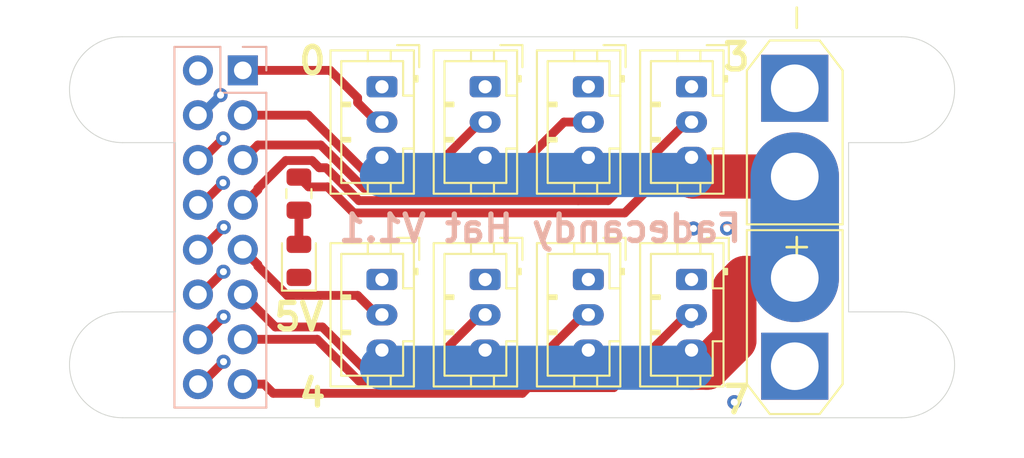
<source format=kicad_pcb>
(kicad_pcb (version 20171130) (host pcbnew "(5.1.4)-1")

  (general
    (thickness 1.6)
    (drawings 18)
    (tracks 102)
    (zones 0)
    (modules 17)
    (nets 16)
  )

  (page A4)
  (layers
    (0 F.Cu signal)
    (31 B.Cu signal)
    (32 B.Adhes user)
    (33 F.Adhes user)
    (34 B.Paste user)
    (35 F.Paste user)
    (36 B.SilkS user)
    (37 F.SilkS user)
    (38 B.Mask user)
    (39 F.Mask user)
    (40 Dwgs.User user)
    (41 Cmts.User user)
    (42 Eco1.User user)
    (43 Eco2.User user)
    (44 Edge.Cuts user)
    (45 Margin user)
    (46 B.CrtYd user)
    (47 F.CrtYd user)
    (48 B.Fab user)
    (49 F.Fab user)
  )

  (setup
    (last_trace_width 0.5)
    (user_trace_width 0.5)
    (user_trace_width 1.5)
    (user_trace_width 2.5)
    (user_trace_width 5)
    (trace_clearance 0.2)
    (zone_clearance 0.15)
    (zone_45_only no)
    (trace_min 0.2)
    (via_size 0.8)
    (via_drill 0.4)
    (via_min_size 0.4)
    (via_min_drill 0.3)
    (uvia_size 0.3)
    (uvia_drill 0.1)
    (uvias_allowed no)
    (uvia_min_size 0.2)
    (uvia_min_drill 0.1)
    (edge_width 0.05)
    (segment_width 0.2)
    (pcb_text_width 0.3)
    (pcb_text_size 1.5 1.5)
    (mod_edge_width 0.12)
    (mod_text_size 1 1)
    (mod_text_width 0.15)
    (pad_size 3 3)
    (pad_drill 3)
    (pad_to_mask_clearance 0.051)
    (solder_mask_min_width 0.25)
    (aux_axis_origin 0 0)
    (visible_elements 7FFFFFFF)
    (pcbplotparams
      (layerselection 0x010fc_ffffffff)
      (usegerberextensions false)
      (usegerberattributes false)
      (usegerberadvancedattributes false)
      (creategerberjobfile false)
      (excludeedgelayer true)
      (linewidth 0.100000)
      (plotframeref false)
      (viasonmask false)
      (mode 1)
      (useauxorigin false)
      (hpglpennumber 1)
      (hpglpenspeed 20)
      (hpglpendiameter 15.000000)
      (psnegative false)
      (psa4output false)
      (plotreference true)
      (plotvalue true)
      (plotinvisibletext false)
      (padsonsilk false)
      (subtractmaskfromsilk false)
      (outputformat 1)
      (mirror false)
      (drillshape 0)
      (scaleselection 1)
      (outputdirectory "FadeCandyV1.0_Gerbers/"))
  )

  (net 0 "")
  (net 1 GND)
  (net 2 "Net-(D1-Pad2)")
  (net 3 D1)
  (net 4 VCC)
  (net 5 D2)
  (net 6 D3)
  (net 7 D4)
  (net 8 D5)
  (net 9 D6)
  (net 10 D7)
  (net 11 D8)
  (net 12 "Net-(H2-Pad1)")
  (net 13 "Net-(H3-Pad1)")
  (net 14 "Net-(H4-Pad1)")
  (net 15 "Net-(H1-Pad1)")

  (net_class Default "This is the default net class."
    (clearance 0.2)
    (trace_width 0.25)
    (via_dia 0.8)
    (via_drill 0.4)
    (uvia_dia 0.3)
    (uvia_drill 0.1)
    (add_net D1)
    (add_net D2)
    (add_net D3)
    (add_net D4)
    (add_net D5)
    (add_net D6)
    (add_net D7)
    (add_net D8)
    (add_net GND)
    (add_net "Net-(D1-Pad2)")
    (add_net "Net-(H1-Pad1)")
    (add_net "Net-(H2-Pad1)")
    (add_net "Net-(H3-Pad1)")
    (add_net "Net-(H4-Pad1)")
    (add_net VCC)
  )

  (module Connector_JST:JST_PH_B3B-PH-K_1x03_P2.00mm_Vertical (layer F.Cu) (tedit 5B7745C2) (tstamp 6191EB65)
    (at 29.21 14.391 270)
    (descr "JST PH series connector, B3B-PH-K (http://www.jst-mfg.com/product/pdf/eng/ePH.pdf), generated with kicad-footprint-generator")
    (tags "connector JST PH side entry")
    (path /6172A400)
    (fp_text reference J10 (at 2 -2.9 90) (layer F.SilkS) hide
      (effects (font (size 1 1) (thickness 0.15)))
    )
    (fp_text value Conn_01x03_Male (at 2 4 90) (layer F.Fab)
      (effects (font (size 1 1) (thickness 0.15)))
    )
    (fp_text user %R (at 2 1.5 90) (layer F.Fab)
      (effects (font (size 1 1) (thickness 0.15)))
    )
    (fp_line (start 6.45 -2.2) (end -2.45 -2.2) (layer F.CrtYd) (width 0.05))
    (fp_line (start 6.45 3.3) (end 6.45 -2.2) (layer F.CrtYd) (width 0.05))
    (fp_line (start -2.45 3.3) (end 6.45 3.3) (layer F.CrtYd) (width 0.05))
    (fp_line (start -2.45 -2.2) (end -2.45 3.3) (layer F.CrtYd) (width 0.05))
    (fp_line (start 5.95 -1.7) (end -1.95 -1.7) (layer F.Fab) (width 0.1))
    (fp_line (start 5.95 2.8) (end 5.95 -1.7) (layer F.Fab) (width 0.1))
    (fp_line (start -1.95 2.8) (end 5.95 2.8) (layer F.Fab) (width 0.1))
    (fp_line (start -1.95 -1.7) (end -1.95 2.8) (layer F.Fab) (width 0.1))
    (fp_line (start -2.36 -2.11) (end -2.36 -0.86) (layer F.Fab) (width 0.1))
    (fp_line (start -1.11 -2.11) (end -2.36 -2.11) (layer F.Fab) (width 0.1))
    (fp_line (start -2.36 -2.11) (end -2.36 -0.86) (layer F.SilkS) (width 0.12))
    (fp_line (start -1.11 -2.11) (end -2.36 -2.11) (layer F.SilkS) (width 0.12))
    (fp_line (start 3 2.3) (end 3 1.8) (layer F.SilkS) (width 0.12))
    (fp_line (start 3.1 1.8) (end 3.1 2.3) (layer F.SilkS) (width 0.12))
    (fp_line (start 2.9 1.8) (end 3.1 1.8) (layer F.SilkS) (width 0.12))
    (fp_line (start 2.9 2.3) (end 2.9 1.8) (layer F.SilkS) (width 0.12))
    (fp_line (start 1 2.3) (end 1 1.8) (layer F.SilkS) (width 0.12))
    (fp_line (start 1.1 1.8) (end 1.1 2.3) (layer F.SilkS) (width 0.12))
    (fp_line (start 0.9 1.8) (end 1.1 1.8) (layer F.SilkS) (width 0.12))
    (fp_line (start 0.9 2.3) (end 0.9 1.8) (layer F.SilkS) (width 0.12))
    (fp_line (start 6.06 0.8) (end 5.45 0.8) (layer F.SilkS) (width 0.12))
    (fp_line (start 6.06 -0.5) (end 5.45 -0.5) (layer F.SilkS) (width 0.12))
    (fp_line (start -2.06 0.8) (end -1.45 0.8) (layer F.SilkS) (width 0.12))
    (fp_line (start -2.06 -0.5) (end -1.45 -0.5) (layer F.SilkS) (width 0.12))
    (fp_line (start 3.5 -1.2) (end 3.5 -1.81) (layer F.SilkS) (width 0.12))
    (fp_line (start 5.45 -1.2) (end 3.5 -1.2) (layer F.SilkS) (width 0.12))
    (fp_line (start 5.45 2.3) (end 5.45 -1.2) (layer F.SilkS) (width 0.12))
    (fp_line (start -1.45 2.3) (end 5.45 2.3) (layer F.SilkS) (width 0.12))
    (fp_line (start -1.45 -1.2) (end -1.45 2.3) (layer F.SilkS) (width 0.12))
    (fp_line (start 0.5 -1.2) (end -1.45 -1.2) (layer F.SilkS) (width 0.12))
    (fp_line (start 0.5 -1.81) (end 0.5 -1.2) (layer F.SilkS) (width 0.12))
    (fp_line (start -0.3 -1.91) (end -0.6 -1.91) (layer F.SilkS) (width 0.12))
    (fp_line (start -0.6 -2.01) (end -0.6 -1.81) (layer F.SilkS) (width 0.12))
    (fp_line (start -0.3 -2.01) (end -0.6 -2.01) (layer F.SilkS) (width 0.12))
    (fp_line (start -0.3 -1.81) (end -0.3 -2.01) (layer F.SilkS) (width 0.12))
    (fp_line (start 6.06 -1.81) (end -2.06 -1.81) (layer F.SilkS) (width 0.12))
    (fp_line (start 6.06 2.91) (end 6.06 -1.81) (layer F.SilkS) (width 0.12))
    (fp_line (start -2.06 2.91) (end 6.06 2.91) (layer F.SilkS) (width 0.12))
    (fp_line (start -2.06 -1.81) (end -2.06 2.91) (layer F.SilkS) (width 0.12))
    (pad 3 thru_hole oval (at 4 0 270) (size 1.2 1.75) (drill 0.75) (layers *.Cu *.Mask)
      (net 4 VCC))
    (pad 2 thru_hole oval (at 2 0 270) (size 1.2 1.75) (drill 0.75) (layers *.Cu *.Mask)
      (net 11 D8))
    (pad 1 thru_hole roundrect (at 0 0 270) (size 1.2 1.75) (drill 0.75) (layers *.Cu *.Mask) (roundrect_rratio 0.208333)
      (net 1 GND))
    (model ${KISYS3DMOD}/Connector_JST.3dshapes/JST_PH_B3B-PH-K_1x03_P2.00mm_Vertical.wrl
      (at (xyz 0 0 0))
      (scale (xyz 1 1 1))
      (rotate (xyz 0 0 0))
    )
  )

  (module Connector_JST:JST_PH_B3B-PH-K_1x03_P2.00mm_Vertical (layer F.Cu) (tedit 5B7745C2) (tstamp 6191EB45)
    (at 23.368 14.391 270)
    (descr "JST PH series connector, B3B-PH-K (http://www.jst-mfg.com/product/pdf/eng/ePH.pdf), generated with kicad-footprint-generator")
    (tags "connector JST PH side entry")
    (path /61729C06)
    (fp_text reference J9 (at 2 -2.9 90) (layer F.SilkS) hide
      (effects (font (size 1 1) (thickness 0.15)))
    )
    (fp_text value Conn_01x03_Male (at 2 4 90) (layer F.Fab)
      (effects (font (size 1 1) (thickness 0.15)))
    )
    (fp_text user %R (at 2 1.5 90) (layer F.Fab)
      (effects (font (size 1 1) (thickness 0.15)))
    )
    (fp_line (start 6.45 -2.2) (end -2.45 -2.2) (layer F.CrtYd) (width 0.05))
    (fp_line (start 6.45 3.3) (end 6.45 -2.2) (layer F.CrtYd) (width 0.05))
    (fp_line (start -2.45 3.3) (end 6.45 3.3) (layer F.CrtYd) (width 0.05))
    (fp_line (start -2.45 -2.2) (end -2.45 3.3) (layer F.CrtYd) (width 0.05))
    (fp_line (start 5.95 -1.7) (end -1.95 -1.7) (layer F.Fab) (width 0.1))
    (fp_line (start 5.95 2.8) (end 5.95 -1.7) (layer F.Fab) (width 0.1))
    (fp_line (start -1.95 2.8) (end 5.95 2.8) (layer F.Fab) (width 0.1))
    (fp_line (start -1.95 -1.7) (end -1.95 2.8) (layer F.Fab) (width 0.1))
    (fp_line (start -2.36 -2.11) (end -2.36 -0.86) (layer F.Fab) (width 0.1))
    (fp_line (start -1.11 -2.11) (end -2.36 -2.11) (layer F.Fab) (width 0.1))
    (fp_line (start -2.36 -2.11) (end -2.36 -0.86) (layer F.SilkS) (width 0.12))
    (fp_line (start -1.11 -2.11) (end -2.36 -2.11) (layer F.SilkS) (width 0.12))
    (fp_line (start 3 2.3) (end 3 1.8) (layer F.SilkS) (width 0.12))
    (fp_line (start 3.1 1.8) (end 3.1 2.3) (layer F.SilkS) (width 0.12))
    (fp_line (start 2.9 1.8) (end 3.1 1.8) (layer F.SilkS) (width 0.12))
    (fp_line (start 2.9 2.3) (end 2.9 1.8) (layer F.SilkS) (width 0.12))
    (fp_line (start 1 2.3) (end 1 1.8) (layer F.SilkS) (width 0.12))
    (fp_line (start 1.1 1.8) (end 1.1 2.3) (layer F.SilkS) (width 0.12))
    (fp_line (start 0.9 1.8) (end 1.1 1.8) (layer F.SilkS) (width 0.12))
    (fp_line (start 0.9 2.3) (end 0.9 1.8) (layer F.SilkS) (width 0.12))
    (fp_line (start 6.06 0.8) (end 5.45 0.8) (layer F.SilkS) (width 0.12))
    (fp_line (start 6.06 -0.5) (end 5.45 -0.5) (layer F.SilkS) (width 0.12))
    (fp_line (start -2.06 0.8) (end -1.45 0.8) (layer F.SilkS) (width 0.12))
    (fp_line (start -2.06 -0.5) (end -1.45 -0.5) (layer F.SilkS) (width 0.12))
    (fp_line (start 3.5 -1.2) (end 3.5 -1.81) (layer F.SilkS) (width 0.12))
    (fp_line (start 5.45 -1.2) (end 3.5 -1.2) (layer F.SilkS) (width 0.12))
    (fp_line (start 5.45 2.3) (end 5.45 -1.2) (layer F.SilkS) (width 0.12))
    (fp_line (start -1.45 2.3) (end 5.45 2.3) (layer F.SilkS) (width 0.12))
    (fp_line (start -1.45 -1.2) (end -1.45 2.3) (layer F.SilkS) (width 0.12))
    (fp_line (start 0.5 -1.2) (end -1.45 -1.2) (layer F.SilkS) (width 0.12))
    (fp_line (start 0.5 -1.81) (end 0.5 -1.2) (layer F.SilkS) (width 0.12))
    (fp_line (start -0.3 -1.91) (end -0.6 -1.91) (layer F.SilkS) (width 0.12))
    (fp_line (start -0.6 -2.01) (end -0.6 -1.81) (layer F.SilkS) (width 0.12))
    (fp_line (start -0.3 -2.01) (end -0.6 -2.01) (layer F.SilkS) (width 0.12))
    (fp_line (start -0.3 -1.81) (end -0.3 -2.01) (layer F.SilkS) (width 0.12))
    (fp_line (start 6.06 -1.81) (end -2.06 -1.81) (layer F.SilkS) (width 0.12))
    (fp_line (start 6.06 2.91) (end 6.06 -1.81) (layer F.SilkS) (width 0.12))
    (fp_line (start -2.06 2.91) (end 6.06 2.91) (layer F.SilkS) (width 0.12))
    (fp_line (start -2.06 -1.81) (end -2.06 2.91) (layer F.SilkS) (width 0.12))
    (pad 3 thru_hole oval (at 4 0 270) (size 1.2 1.75) (drill 0.75) (layers *.Cu *.Mask)
      (net 4 VCC))
    (pad 2 thru_hole oval (at 2 0 270) (size 1.2 1.75) (drill 0.75) (layers *.Cu *.Mask)
      (net 10 D7))
    (pad 1 thru_hole roundrect (at 0 0 270) (size 1.2 1.75) (drill 0.75) (layers *.Cu *.Mask) (roundrect_rratio 0.208333)
      (net 1 GND))
    (model ${KISYS3DMOD}/Connector_JST.3dshapes/JST_PH_B3B-PH-K_1x03_P2.00mm_Vertical.wrl
      (at (xyz 0 0 0))
      (scale (xyz 1 1 1))
      (rotate (xyz 0 0 0))
    )
  )

  (module Connector_JST:JST_PH_B3B-PH-K_1x03_P2.00mm_Vertical (layer F.Cu) (tedit 5B7745C2) (tstamp 6191EB25)
    (at 17.526 14.391 270)
    (descr "JST PH series connector, B3B-PH-K (http://www.jst-mfg.com/product/pdf/eng/ePH.pdf), generated with kicad-footprint-generator")
    (tags "connector JST PH side entry")
    (path /6172986C)
    (fp_text reference J8 (at 2 -2.9 90) (layer F.SilkS) hide
      (effects (font (size 1 1) (thickness 0.15)))
    )
    (fp_text value Conn_01x03_Male (at 2 4 90) (layer F.Fab)
      (effects (font (size 1 1) (thickness 0.15)))
    )
    (fp_text user %R (at 2 1.5 90) (layer F.Fab)
      (effects (font (size 1 1) (thickness 0.15)))
    )
    (fp_line (start 6.45 -2.2) (end -2.45 -2.2) (layer F.CrtYd) (width 0.05))
    (fp_line (start 6.45 3.3) (end 6.45 -2.2) (layer F.CrtYd) (width 0.05))
    (fp_line (start -2.45 3.3) (end 6.45 3.3) (layer F.CrtYd) (width 0.05))
    (fp_line (start -2.45 -2.2) (end -2.45 3.3) (layer F.CrtYd) (width 0.05))
    (fp_line (start 5.95 -1.7) (end -1.95 -1.7) (layer F.Fab) (width 0.1))
    (fp_line (start 5.95 2.8) (end 5.95 -1.7) (layer F.Fab) (width 0.1))
    (fp_line (start -1.95 2.8) (end 5.95 2.8) (layer F.Fab) (width 0.1))
    (fp_line (start -1.95 -1.7) (end -1.95 2.8) (layer F.Fab) (width 0.1))
    (fp_line (start -2.36 -2.11) (end -2.36 -0.86) (layer F.Fab) (width 0.1))
    (fp_line (start -1.11 -2.11) (end -2.36 -2.11) (layer F.Fab) (width 0.1))
    (fp_line (start -2.36 -2.11) (end -2.36 -0.86) (layer F.SilkS) (width 0.12))
    (fp_line (start -1.11 -2.11) (end -2.36 -2.11) (layer F.SilkS) (width 0.12))
    (fp_line (start 3 2.3) (end 3 1.8) (layer F.SilkS) (width 0.12))
    (fp_line (start 3.1 1.8) (end 3.1 2.3) (layer F.SilkS) (width 0.12))
    (fp_line (start 2.9 1.8) (end 3.1 1.8) (layer F.SilkS) (width 0.12))
    (fp_line (start 2.9 2.3) (end 2.9 1.8) (layer F.SilkS) (width 0.12))
    (fp_line (start 1 2.3) (end 1 1.8) (layer F.SilkS) (width 0.12))
    (fp_line (start 1.1 1.8) (end 1.1 2.3) (layer F.SilkS) (width 0.12))
    (fp_line (start 0.9 1.8) (end 1.1 1.8) (layer F.SilkS) (width 0.12))
    (fp_line (start 0.9 2.3) (end 0.9 1.8) (layer F.SilkS) (width 0.12))
    (fp_line (start 6.06 0.8) (end 5.45 0.8) (layer F.SilkS) (width 0.12))
    (fp_line (start 6.06 -0.5) (end 5.45 -0.5) (layer F.SilkS) (width 0.12))
    (fp_line (start -2.06 0.8) (end -1.45 0.8) (layer F.SilkS) (width 0.12))
    (fp_line (start -2.06 -0.5) (end -1.45 -0.5) (layer F.SilkS) (width 0.12))
    (fp_line (start 3.5 -1.2) (end 3.5 -1.81) (layer F.SilkS) (width 0.12))
    (fp_line (start 5.45 -1.2) (end 3.5 -1.2) (layer F.SilkS) (width 0.12))
    (fp_line (start 5.45 2.3) (end 5.45 -1.2) (layer F.SilkS) (width 0.12))
    (fp_line (start -1.45 2.3) (end 5.45 2.3) (layer F.SilkS) (width 0.12))
    (fp_line (start -1.45 -1.2) (end -1.45 2.3) (layer F.SilkS) (width 0.12))
    (fp_line (start 0.5 -1.2) (end -1.45 -1.2) (layer F.SilkS) (width 0.12))
    (fp_line (start 0.5 -1.81) (end 0.5 -1.2) (layer F.SilkS) (width 0.12))
    (fp_line (start -0.3 -1.91) (end -0.6 -1.91) (layer F.SilkS) (width 0.12))
    (fp_line (start -0.6 -2.01) (end -0.6 -1.81) (layer F.SilkS) (width 0.12))
    (fp_line (start -0.3 -2.01) (end -0.6 -2.01) (layer F.SilkS) (width 0.12))
    (fp_line (start -0.3 -1.81) (end -0.3 -2.01) (layer F.SilkS) (width 0.12))
    (fp_line (start 6.06 -1.81) (end -2.06 -1.81) (layer F.SilkS) (width 0.12))
    (fp_line (start 6.06 2.91) (end 6.06 -1.81) (layer F.SilkS) (width 0.12))
    (fp_line (start -2.06 2.91) (end 6.06 2.91) (layer F.SilkS) (width 0.12))
    (fp_line (start -2.06 -1.81) (end -2.06 2.91) (layer F.SilkS) (width 0.12))
    (pad 3 thru_hole oval (at 4 0 270) (size 1.2 1.75) (drill 0.75) (layers *.Cu *.Mask)
      (net 4 VCC))
    (pad 2 thru_hole oval (at 2 0 270) (size 1.2 1.75) (drill 0.75) (layers *.Cu *.Mask)
      (net 9 D6))
    (pad 1 thru_hole roundrect (at 0 0 270) (size 1.2 1.75) (drill 0.75) (layers *.Cu *.Mask) (roundrect_rratio 0.208333)
      (net 1 GND))
    (model ${KISYS3DMOD}/Connector_JST.3dshapes/JST_PH_B3B-PH-K_1x03_P2.00mm_Vertical.wrl
      (at (xyz 0 0 0))
      (scale (xyz 1 1 1))
      (rotate (xyz 0 0 0))
    )
  )

  (module Connector_JST:JST_PH_B3B-PH-K_1x03_P2.00mm_Vertical (layer F.Cu) (tedit 5B7745C2) (tstamp 6191EB05)
    (at 11.684 14.391 270)
    (descr "JST PH series connector, B3B-PH-K (http://www.jst-mfg.com/product/pdf/eng/ePH.pdf), generated with kicad-footprint-generator")
    (tags "connector JST PH side entry")
    (path /617293D6)
    (fp_text reference J7 (at 2 -2.9 90) (layer F.SilkS) hide
      (effects (font (size 1 1) (thickness 0.15)))
    )
    (fp_text value Conn_01x03_Male (at 2 4 90) (layer F.Fab)
      (effects (font (size 1 1) (thickness 0.15)))
    )
    (fp_text user %R (at 2 1.5 90) (layer F.Fab)
      (effects (font (size 1 1) (thickness 0.15)))
    )
    (fp_line (start 6.45 -2.2) (end -2.45 -2.2) (layer F.CrtYd) (width 0.05))
    (fp_line (start 6.45 3.3) (end 6.45 -2.2) (layer F.CrtYd) (width 0.05))
    (fp_line (start -2.45 3.3) (end 6.45 3.3) (layer F.CrtYd) (width 0.05))
    (fp_line (start -2.45 -2.2) (end -2.45 3.3) (layer F.CrtYd) (width 0.05))
    (fp_line (start 5.95 -1.7) (end -1.95 -1.7) (layer F.Fab) (width 0.1))
    (fp_line (start 5.95 2.8) (end 5.95 -1.7) (layer F.Fab) (width 0.1))
    (fp_line (start -1.95 2.8) (end 5.95 2.8) (layer F.Fab) (width 0.1))
    (fp_line (start -1.95 -1.7) (end -1.95 2.8) (layer F.Fab) (width 0.1))
    (fp_line (start -2.36 -2.11) (end -2.36 -0.86) (layer F.Fab) (width 0.1))
    (fp_line (start -1.11 -2.11) (end -2.36 -2.11) (layer F.Fab) (width 0.1))
    (fp_line (start -2.36 -2.11) (end -2.36 -0.86) (layer F.SilkS) (width 0.12))
    (fp_line (start -1.11 -2.11) (end -2.36 -2.11) (layer F.SilkS) (width 0.12))
    (fp_line (start 3 2.3) (end 3 1.8) (layer F.SilkS) (width 0.12))
    (fp_line (start 3.1 1.8) (end 3.1 2.3) (layer F.SilkS) (width 0.12))
    (fp_line (start 2.9 1.8) (end 3.1 1.8) (layer F.SilkS) (width 0.12))
    (fp_line (start 2.9 2.3) (end 2.9 1.8) (layer F.SilkS) (width 0.12))
    (fp_line (start 1 2.3) (end 1 1.8) (layer F.SilkS) (width 0.12))
    (fp_line (start 1.1 1.8) (end 1.1 2.3) (layer F.SilkS) (width 0.12))
    (fp_line (start 0.9 1.8) (end 1.1 1.8) (layer F.SilkS) (width 0.12))
    (fp_line (start 0.9 2.3) (end 0.9 1.8) (layer F.SilkS) (width 0.12))
    (fp_line (start 6.06 0.8) (end 5.45 0.8) (layer F.SilkS) (width 0.12))
    (fp_line (start 6.06 -0.5) (end 5.45 -0.5) (layer F.SilkS) (width 0.12))
    (fp_line (start -2.06 0.8) (end -1.45 0.8) (layer F.SilkS) (width 0.12))
    (fp_line (start -2.06 -0.5) (end -1.45 -0.5) (layer F.SilkS) (width 0.12))
    (fp_line (start 3.5 -1.2) (end 3.5 -1.81) (layer F.SilkS) (width 0.12))
    (fp_line (start 5.45 -1.2) (end 3.5 -1.2) (layer F.SilkS) (width 0.12))
    (fp_line (start 5.45 2.3) (end 5.45 -1.2) (layer F.SilkS) (width 0.12))
    (fp_line (start -1.45 2.3) (end 5.45 2.3) (layer F.SilkS) (width 0.12))
    (fp_line (start -1.45 -1.2) (end -1.45 2.3) (layer F.SilkS) (width 0.12))
    (fp_line (start 0.5 -1.2) (end -1.45 -1.2) (layer F.SilkS) (width 0.12))
    (fp_line (start 0.5 -1.81) (end 0.5 -1.2) (layer F.SilkS) (width 0.12))
    (fp_line (start -0.3 -1.91) (end -0.6 -1.91) (layer F.SilkS) (width 0.12))
    (fp_line (start -0.6 -2.01) (end -0.6 -1.81) (layer F.SilkS) (width 0.12))
    (fp_line (start -0.3 -2.01) (end -0.6 -2.01) (layer F.SilkS) (width 0.12))
    (fp_line (start -0.3 -1.81) (end -0.3 -2.01) (layer F.SilkS) (width 0.12))
    (fp_line (start 6.06 -1.81) (end -2.06 -1.81) (layer F.SilkS) (width 0.12))
    (fp_line (start 6.06 2.91) (end 6.06 -1.81) (layer F.SilkS) (width 0.12))
    (fp_line (start -2.06 2.91) (end 6.06 2.91) (layer F.SilkS) (width 0.12))
    (fp_line (start -2.06 -1.81) (end -2.06 2.91) (layer F.SilkS) (width 0.12))
    (pad 3 thru_hole oval (at 4 0 270) (size 1.2 1.75) (drill 0.75) (layers *.Cu *.Mask)
      (net 4 VCC))
    (pad 2 thru_hole oval (at 2 0 270) (size 1.2 1.75) (drill 0.75) (layers *.Cu *.Mask)
      (net 8 D5))
    (pad 1 thru_hole roundrect (at 0 0 270) (size 1.2 1.75) (drill 0.75) (layers *.Cu *.Mask) (roundrect_rratio 0.208333)
      (net 1 GND))
    (model ${KISYS3DMOD}/Connector_JST.3dshapes/JST_PH_B3B-PH-K_1x03_P2.00mm_Vertical.wrl
      (at (xyz 0 0 0))
      (scale (xyz 1 1 1))
      (rotate (xyz 0 0 0))
    )
  )

  (module Connector_JST:JST_PH_B3B-PH-K_1x03_P2.00mm_Vertical (layer F.Cu) (tedit 5B7745C2) (tstamp 6191EAE5)
    (at 29.21 3.469 270)
    (descr "JST PH series connector, B3B-PH-K (http://www.jst-mfg.com/product/pdf/eng/ePH.pdf), generated with kicad-footprint-generator")
    (tags "connector JST PH side entry")
    (path /617285EE)
    (fp_text reference J6 (at 2 -2.9 90) (layer F.SilkS) hide
      (effects (font (size 1 1) (thickness 0.15)))
    )
    (fp_text value Conn_01x03_Male (at 2 4 90) (layer F.Fab)
      (effects (font (size 1 1) (thickness 0.15)))
    )
    (fp_text user %R (at 2 1.5 90) (layer F.Fab)
      (effects (font (size 1 1) (thickness 0.15)))
    )
    (fp_line (start 6.45 -2.2) (end -2.45 -2.2) (layer F.CrtYd) (width 0.05))
    (fp_line (start 6.45 3.3) (end 6.45 -2.2) (layer F.CrtYd) (width 0.05))
    (fp_line (start -2.45 3.3) (end 6.45 3.3) (layer F.CrtYd) (width 0.05))
    (fp_line (start -2.45 -2.2) (end -2.45 3.3) (layer F.CrtYd) (width 0.05))
    (fp_line (start 5.95 -1.7) (end -1.95 -1.7) (layer F.Fab) (width 0.1))
    (fp_line (start 5.95 2.8) (end 5.95 -1.7) (layer F.Fab) (width 0.1))
    (fp_line (start -1.95 2.8) (end 5.95 2.8) (layer F.Fab) (width 0.1))
    (fp_line (start -1.95 -1.7) (end -1.95 2.8) (layer F.Fab) (width 0.1))
    (fp_line (start -2.36 -2.11) (end -2.36 -0.86) (layer F.Fab) (width 0.1))
    (fp_line (start -1.11 -2.11) (end -2.36 -2.11) (layer F.Fab) (width 0.1))
    (fp_line (start -2.36 -2.11) (end -2.36 -0.86) (layer F.SilkS) (width 0.12))
    (fp_line (start -1.11 -2.11) (end -2.36 -2.11) (layer F.SilkS) (width 0.12))
    (fp_line (start 3 2.3) (end 3 1.8) (layer F.SilkS) (width 0.12))
    (fp_line (start 3.1 1.8) (end 3.1 2.3) (layer F.SilkS) (width 0.12))
    (fp_line (start 2.9 1.8) (end 3.1 1.8) (layer F.SilkS) (width 0.12))
    (fp_line (start 2.9 2.3) (end 2.9 1.8) (layer F.SilkS) (width 0.12))
    (fp_line (start 1 2.3) (end 1 1.8) (layer F.SilkS) (width 0.12))
    (fp_line (start 1.1 1.8) (end 1.1 2.3) (layer F.SilkS) (width 0.12))
    (fp_line (start 0.9 1.8) (end 1.1 1.8) (layer F.SilkS) (width 0.12))
    (fp_line (start 0.9 2.3) (end 0.9 1.8) (layer F.SilkS) (width 0.12))
    (fp_line (start 6.06 0.8) (end 5.45 0.8) (layer F.SilkS) (width 0.12))
    (fp_line (start 6.06 -0.5) (end 5.45 -0.5) (layer F.SilkS) (width 0.12))
    (fp_line (start -2.06 0.8) (end -1.45 0.8) (layer F.SilkS) (width 0.12))
    (fp_line (start -2.06 -0.5) (end -1.45 -0.5) (layer F.SilkS) (width 0.12))
    (fp_line (start 3.5 -1.2) (end 3.5 -1.81) (layer F.SilkS) (width 0.12))
    (fp_line (start 5.45 -1.2) (end 3.5 -1.2) (layer F.SilkS) (width 0.12))
    (fp_line (start 5.45 2.3) (end 5.45 -1.2) (layer F.SilkS) (width 0.12))
    (fp_line (start -1.45 2.3) (end 5.45 2.3) (layer F.SilkS) (width 0.12))
    (fp_line (start -1.45 -1.2) (end -1.45 2.3) (layer F.SilkS) (width 0.12))
    (fp_line (start 0.5 -1.2) (end -1.45 -1.2) (layer F.SilkS) (width 0.12))
    (fp_line (start 0.5 -1.81) (end 0.5 -1.2) (layer F.SilkS) (width 0.12))
    (fp_line (start -0.3 -1.91) (end -0.6 -1.91) (layer F.SilkS) (width 0.12))
    (fp_line (start -0.6 -2.01) (end -0.6 -1.81) (layer F.SilkS) (width 0.12))
    (fp_line (start -0.3 -2.01) (end -0.6 -2.01) (layer F.SilkS) (width 0.12))
    (fp_line (start -0.3 -1.81) (end -0.3 -2.01) (layer F.SilkS) (width 0.12))
    (fp_line (start 6.06 -1.81) (end -2.06 -1.81) (layer F.SilkS) (width 0.12))
    (fp_line (start 6.06 2.91) (end 6.06 -1.81) (layer F.SilkS) (width 0.12))
    (fp_line (start -2.06 2.91) (end 6.06 2.91) (layer F.SilkS) (width 0.12))
    (fp_line (start -2.06 -1.81) (end -2.06 2.91) (layer F.SilkS) (width 0.12))
    (pad 3 thru_hole oval (at 4 0 270) (size 1.2 1.75) (drill 0.75) (layers *.Cu *.Mask)
      (net 4 VCC))
    (pad 2 thru_hole oval (at 2 0 270) (size 1.2 1.75) (drill 0.75) (layers *.Cu *.Mask)
      (net 7 D4))
    (pad 1 thru_hole roundrect (at 0 0 270) (size 1.2 1.75) (drill 0.75) (layers *.Cu *.Mask) (roundrect_rratio 0.208333)
      (net 1 GND))
    (model ${KISYS3DMOD}/Connector_JST.3dshapes/JST_PH_B3B-PH-K_1x03_P2.00mm_Vertical.wrl
      (at (xyz 0 0 0))
      (scale (xyz 1 1 1))
      (rotate (xyz 0 0 0))
    )
  )

  (module Connector_JST:JST_PH_B3B-PH-K_1x03_P2.00mm_Vertical (layer F.Cu) (tedit 5B7745C2) (tstamp 6191EAC5)
    (at 23.368 3.469 270)
    (descr "JST PH series connector, B3B-PH-K (http://www.jst-mfg.com/product/pdf/eng/ePH.pdf), generated with kicad-footprint-generator")
    (tags "connector JST PH side entry")
    (path /61728D4D)
    (fp_text reference J5 (at 2 -2.9 90) (layer F.SilkS) hide
      (effects (font (size 1 1) (thickness 0.15)))
    )
    (fp_text value Conn_01x03_Male (at 2 4 90) (layer F.Fab)
      (effects (font (size 1 1) (thickness 0.15)))
    )
    (fp_text user %R (at 2 1.5 90) (layer F.Fab)
      (effects (font (size 1 1) (thickness 0.15)))
    )
    (fp_line (start 6.45 -2.2) (end -2.45 -2.2) (layer F.CrtYd) (width 0.05))
    (fp_line (start 6.45 3.3) (end 6.45 -2.2) (layer F.CrtYd) (width 0.05))
    (fp_line (start -2.45 3.3) (end 6.45 3.3) (layer F.CrtYd) (width 0.05))
    (fp_line (start -2.45 -2.2) (end -2.45 3.3) (layer F.CrtYd) (width 0.05))
    (fp_line (start 5.95 -1.7) (end -1.95 -1.7) (layer F.Fab) (width 0.1))
    (fp_line (start 5.95 2.8) (end 5.95 -1.7) (layer F.Fab) (width 0.1))
    (fp_line (start -1.95 2.8) (end 5.95 2.8) (layer F.Fab) (width 0.1))
    (fp_line (start -1.95 -1.7) (end -1.95 2.8) (layer F.Fab) (width 0.1))
    (fp_line (start -2.36 -2.11) (end -2.36 -0.86) (layer F.Fab) (width 0.1))
    (fp_line (start -1.11 -2.11) (end -2.36 -2.11) (layer F.Fab) (width 0.1))
    (fp_line (start -2.36 -2.11) (end -2.36 -0.86) (layer F.SilkS) (width 0.12))
    (fp_line (start -1.11 -2.11) (end -2.36 -2.11) (layer F.SilkS) (width 0.12))
    (fp_line (start 3 2.3) (end 3 1.8) (layer F.SilkS) (width 0.12))
    (fp_line (start 3.1 1.8) (end 3.1 2.3) (layer F.SilkS) (width 0.12))
    (fp_line (start 2.9 1.8) (end 3.1 1.8) (layer F.SilkS) (width 0.12))
    (fp_line (start 2.9 2.3) (end 2.9 1.8) (layer F.SilkS) (width 0.12))
    (fp_line (start 1 2.3) (end 1 1.8) (layer F.SilkS) (width 0.12))
    (fp_line (start 1.1 1.8) (end 1.1 2.3) (layer F.SilkS) (width 0.12))
    (fp_line (start 0.9 1.8) (end 1.1 1.8) (layer F.SilkS) (width 0.12))
    (fp_line (start 0.9 2.3) (end 0.9 1.8) (layer F.SilkS) (width 0.12))
    (fp_line (start 6.06 0.8) (end 5.45 0.8) (layer F.SilkS) (width 0.12))
    (fp_line (start 6.06 -0.5) (end 5.45 -0.5) (layer F.SilkS) (width 0.12))
    (fp_line (start -2.06 0.8) (end -1.45 0.8) (layer F.SilkS) (width 0.12))
    (fp_line (start -2.06 -0.5) (end -1.45 -0.5) (layer F.SilkS) (width 0.12))
    (fp_line (start 3.5 -1.2) (end 3.5 -1.81) (layer F.SilkS) (width 0.12))
    (fp_line (start 5.45 -1.2) (end 3.5 -1.2) (layer F.SilkS) (width 0.12))
    (fp_line (start 5.45 2.3) (end 5.45 -1.2) (layer F.SilkS) (width 0.12))
    (fp_line (start -1.45 2.3) (end 5.45 2.3) (layer F.SilkS) (width 0.12))
    (fp_line (start -1.45 -1.2) (end -1.45 2.3) (layer F.SilkS) (width 0.12))
    (fp_line (start 0.5 -1.2) (end -1.45 -1.2) (layer F.SilkS) (width 0.12))
    (fp_line (start 0.5 -1.81) (end 0.5 -1.2) (layer F.SilkS) (width 0.12))
    (fp_line (start -0.3 -1.91) (end -0.6 -1.91) (layer F.SilkS) (width 0.12))
    (fp_line (start -0.6 -2.01) (end -0.6 -1.81) (layer F.SilkS) (width 0.12))
    (fp_line (start -0.3 -2.01) (end -0.6 -2.01) (layer F.SilkS) (width 0.12))
    (fp_line (start -0.3 -1.81) (end -0.3 -2.01) (layer F.SilkS) (width 0.12))
    (fp_line (start 6.06 -1.81) (end -2.06 -1.81) (layer F.SilkS) (width 0.12))
    (fp_line (start 6.06 2.91) (end 6.06 -1.81) (layer F.SilkS) (width 0.12))
    (fp_line (start -2.06 2.91) (end 6.06 2.91) (layer F.SilkS) (width 0.12))
    (fp_line (start -2.06 -1.81) (end -2.06 2.91) (layer F.SilkS) (width 0.12))
    (pad 3 thru_hole oval (at 4 0 270) (size 1.2 1.75) (drill 0.75) (layers *.Cu *.Mask)
      (net 4 VCC))
    (pad 2 thru_hole oval (at 2 0 270) (size 1.2 1.75) (drill 0.75) (layers *.Cu *.Mask)
      (net 6 D3))
    (pad 1 thru_hole roundrect (at 0 0 270) (size 1.2 1.75) (drill 0.75) (layers *.Cu *.Mask) (roundrect_rratio 0.208333)
      (net 1 GND))
    (model ${KISYS3DMOD}/Connector_JST.3dshapes/JST_PH_B3B-PH-K_1x03_P2.00mm_Vertical.wrl
      (at (xyz 0 0 0))
      (scale (xyz 1 1 1))
      (rotate (xyz 0 0 0))
    )
  )

  (module Connector_JST:JST_PH_B3B-PH-K_1x03_P2.00mm_Vertical (layer F.Cu) (tedit 5B7745C2) (tstamp 6191EAA5)
    (at 17.526 3.469 270)
    (descr "JST PH series connector, B3B-PH-K (http://www.jst-mfg.com/product/pdf/eng/ePH.pdf), generated with kicad-footprint-generator")
    (tags "connector JST PH side entry")
    (path /617280F3)
    (fp_text reference J3 (at 2 -2.9 90) (layer F.SilkS) hide
      (effects (font (size 1 1) (thickness 0.15)))
    )
    (fp_text value Conn_01x03_Male (at 2 4 90) (layer F.Fab)
      (effects (font (size 1 1) (thickness 0.15)))
    )
    (fp_text user %R (at 2 1.5 90) (layer F.Fab)
      (effects (font (size 1 1) (thickness 0.15)))
    )
    (fp_line (start 6.45 -2.2) (end -2.45 -2.2) (layer F.CrtYd) (width 0.05))
    (fp_line (start 6.45 3.3) (end 6.45 -2.2) (layer F.CrtYd) (width 0.05))
    (fp_line (start -2.45 3.3) (end 6.45 3.3) (layer F.CrtYd) (width 0.05))
    (fp_line (start -2.45 -2.2) (end -2.45 3.3) (layer F.CrtYd) (width 0.05))
    (fp_line (start 5.95 -1.7) (end -1.95 -1.7) (layer F.Fab) (width 0.1))
    (fp_line (start 5.95 2.8) (end 5.95 -1.7) (layer F.Fab) (width 0.1))
    (fp_line (start -1.95 2.8) (end 5.95 2.8) (layer F.Fab) (width 0.1))
    (fp_line (start -1.95 -1.7) (end -1.95 2.8) (layer F.Fab) (width 0.1))
    (fp_line (start -2.36 -2.11) (end -2.36 -0.86) (layer F.Fab) (width 0.1))
    (fp_line (start -1.11 -2.11) (end -2.36 -2.11) (layer F.Fab) (width 0.1))
    (fp_line (start -2.36 -2.11) (end -2.36 -0.86) (layer F.SilkS) (width 0.12))
    (fp_line (start -1.11 -2.11) (end -2.36 -2.11) (layer F.SilkS) (width 0.12))
    (fp_line (start 3 2.3) (end 3 1.8) (layer F.SilkS) (width 0.12))
    (fp_line (start 3.1 1.8) (end 3.1 2.3) (layer F.SilkS) (width 0.12))
    (fp_line (start 2.9 1.8) (end 3.1 1.8) (layer F.SilkS) (width 0.12))
    (fp_line (start 2.9 2.3) (end 2.9 1.8) (layer F.SilkS) (width 0.12))
    (fp_line (start 1 2.3) (end 1 1.8) (layer F.SilkS) (width 0.12))
    (fp_line (start 1.1 1.8) (end 1.1 2.3) (layer F.SilkS) (width 0.12))
    (fp_line (start 0.9 1.8) (end 1.1 1.8) (layer F.SilkS) (width 0.12))
    (fp_line (start 0.9 2.3) (end 0.9 1.8) (layer F.SilkS) (width 0.12))
    (fp_line (start 6.06 0.8) (end 5.45 0.8) (layer F.SilkS) (width 0.12))
    (fp_line (start 6.06 -0.5) (end 5.45 -0.5) (layer F.SilkS) (width 0.12))
    (fp_line (start -2.06 0.8) (end -1.45 0.8) (layer F.SilkS) (width 0.12))
    (fp_line (start -2.06 -0.5) (end -1.45 -0.5) (layer F.SilkS) (width 0.12))
    (fp_line (start 3.5 -1.2) (end 3.5 -1.81) (layer F.SilkS) (width 0.12))
    (fp_line (start 5.45 -1.2) (end 3.5 -1.2) (layer F.SilkS) (width 0.12))
    (fp_line (start 5.45 2.3) (end 5.45 -1.2) (layer F.SilkS) (width 0.12))
    (fp_line (start -1.45 2.3) (end 5.45 2.3) (layer F.SilkS) (width 0.12))
    (fp_line (start -1.45 -1.2) (end -1.45 2.3) (layer F.SilkS) (width 0.12))
    (fp_line (start 0.5 -1.2) (end -1.45 -1.2) (layer F.SilkS) (width 0.12))
    (fp_line (start 0.5 -1.81) (end 0.5 -1.2) (layer F.SilkS) (width 0.12))
    (fp_line (start -0.3 -1.91) (end -0.6 -1.91) (layer F.SilkS) (width 0.12))
    (fp_line (start -0.6 -2.01) (end -0.6 -1.81) (layer F.SilkS) (width 0.12))
    (fp_line (start -0.3 -2.01) (end -0.6 -2.01) (layer F.SilkS) (width 0.12))
    (fp_line (start -0.3 -1.81) (end -0.3 -2.01) (layer F.SilkS) (width 0.12))
    (fp_line (start 6.06 -1.81) (end -2.06 -1.81) (layer F.SilkS) (width 0.12))
    (fp_line (start 6.06 2.91) (end 6.06 -1.81) (layer F.SilkS) (width 0.12))
    (fp_line (start -2.06 2.91) (end 6.06 2.91) (layer F.SilkS) (width 0.12))
    (fp_line (start -2.06 -1.81) (end -2.06 2.91) (layer F.SilkS) (width 0.12))
    (pad 3 thru_hole oval (at 4 0 270) (size 1.2 1.75) (drill 0.75) (layers *.Cu *.Mask)
      (net 4 VCC))
    (pad 2 thru_hole oval (at 2 0 270) (size 1.2 1.75) (drill 0.75) (layers *.Cu *.Mask)
      (net 5 D2))
    (pad 1 thru_hole roundrect (at 0 0 270) (size 1.2 1.75) (drill 0.75) (layers *.Cu *.Mask) (roundrect_rratio 0.208333)
      (net 1 GND))
    (model ${KISYS3DMOD}/Connector_JST.3dshapes/JST_PH_B3B-PH-K_1x03_P2.00mm_Vertical.wrl
      (at (xyz 0 0 0))
      (scale (xyz 1 1 1))
      (rotate (xyz 0 0 0))
    )
  )

  (module Connector_JST:JST_PH_B3B-PH-K_1x03_P2.00mm_Vertical (layer F.Cu) (tedit 5B7745C2) (tstamp 6191EA85)
    (at 11.684 3.469 270)
    (descr "JST PH series connector, B3B-PH-K (http://www.jst-mfg.com/product/pdf/eng/ePH.pdf), generated with kicad-footprint-generator")
    (tags "connector JST PH side entry")
    (path /616D995D)
    (fp_text reference J1 (at 2 -2.9 90) (layer F.SilkS) hide
      (effects (font (size 1 1) (thickness 0.15)))
    )
    (fp_text value Conn_01x03_Male (at 2 4 90) (layer F.Fab)
      (effects (font (size 1 1) (thickness 0.15)))
    )
    (fp_text user %R (at 2 1.5 90) (layer F.Fab)
      (effects (font (size 1 1) (thickness 0.15)))
    )
    (fp_line (start 6.45 -2.2) (end -2.45 -2.2) (layer F.CrtYd) (width 0.05))
    (fp_line (start 6.45 3.3) (end 6.45 -2.2) (layer F.CrtYd) (width 0.05))
    (fp_line (start -2.45 3.3) (end 6.45 3.3) (layer F.CrtYd) (width 0.05))
    (fp_line (start -2.45 -2.2) (end -2.45 3.3) (layer F.CrtYd) (width 0.05))
    (fp_line (start 5.95 -1.7) (end -1.95 -1.7) (layer F.Fab) (width 0.1))
    (fp_line (start 5.95 2.8) (end 5.95 -1.7) (layer F.Fab) (width 0.1))
    (fp_line (start -1.95 2.8) (end 5.95 2.8) (layer F.Fab) (width 0.1))
    (fp_line (start -1.95 -1.7) (end -1.95 2.8) (layer F.Fab) (width 0.1))
    (fp_line (start -2.36 -2.11) (end -2.36 -0.86) (layer F.Fab) (width 0.1))
    (fp_line (start -1.11 -2.11) (end -2.36 -2.11) (layer F.Fab) (width 0.1))
    (fp_line (start -2.36 -2.11) (end -2.36 -0.86) (layer F.SilkS) (width 0.12))
    (fp_line (start -1.11 -2.11) (end -2.36 -2.11) (layer F.SilkS) (width 0.12))
    (fp_line (start 3 2.3) (end 3 1.8) (layer F.SilkS) (width 0.12))
    (fp_line (start 3.1 1.8) (end 3.1 2.3) (layer F.SilkS) (width 0.12))
    (fp_line (start 2.9 1.8) (end 3.1 1.8) (layer F.SilkS) (width 0.12))
    (fp_line (start 2.9 2.3) (end 2.9 1.8) (layer F.SilkS) (width 0.12))
    (fp_line (start 1 2.3) (end 1 1.8) (layer F.SilkS) (width 0.12))
    (fp_line (start 1.1 1.8) (end 1.1 2.3) (layer F.SilkS) (width 0.12))
    (fp_line (start 0.9 1.8) (end 1.1 1.8) (layer F.SilkS) (width 0.12))
    (fp_line (start 0.9 2.3) (end 0.9 1.8) (layer F.SilkS) (width 0.12))
    (fp_line (start 6.06 0.8) (end 5.45 0.8) (layer F.SilkS) (width 0.12))
    (fp_line (start 6.06 -0.5) (end 5.45 -0.5) (layer F.SilkS) (width 0.12))
    (fp_line (start -2.06 0.8) (end -1.45 0.8) (layer F.SilkS) (width 0.12))
    (fp_line (start -2.06 -0.5) (end -1.45 -0.5) (layer F.SilkS) (width 0.12))
    (fp_line (start 3.5 -1.2) (end 3.5 -1.81) (layer F.SilkS) (width 0.12))
    (fp_line (start 5.45 -1.2) (end 3.5 -1.2) (layer F.SilkS) (width 0.12))
    (fp_line (start 5.45 2.3) (end 5.45 -1.2) (layer F.SilkS) (width 0.12))
    (fp_line (start -1.45 2.3) (end 5.45 2.3) (layer F.SilkS) (width 0.12))
    (fp_line (start -1.45 -1.2) (end -1.45 2.3) (layer F.SilkS) (width 0.12))
    (fp_line (start 0.5 -1.2) (end -1.45 -1.2) (layer F.SilkS) (width 0.12))
    (fp_line (start 0.5 -1.81) (end 0.5 -1.2) (layer F.SilkS) (width 0.12))
    (fp_line (start -0.3 -1.91) (end -0.6 -1.91) (layer F.SilkS) (width 0.12))
    (fp_line (start -0.6 -2.01) (end -0.6 -1.81) (layer F.SilkS) (width 0.12))
    (fp_line (start -0.3 -2.01) (end -0.6 -2.01) (layer F.SilkS) (width 0.12))
    (fp_line (start -0.3 -1.81) (end -0.3 -2.01) (layer F.SilkS) (width 0.12))
    (fp_line (start 6.06 -1.81) (end -2.06 -1.81) (layer F.SilkS) (width 0.12))
    (fp_line (start 6.06 2.91) (end 6.06 -1.81) (layer F.SilkS) (width 0.12))
    (fp_line (start -2.06 2.91) (end 6.06 2.91) (layer F.SilkS) (width 0.12))
    (fp_line (start -2.06 -1.81) (end -2.06 2.91) (layer F.SilkS) (width 0.12))
    (pad 3 thru_hole oval (at 4 0 270) (size 1.2 1.75) (drill 0.75) (layers *.Cu *.Mask)
      (net 4 VCC))
    (pad 2 thru_hole oval (at 2 0 270) (size 1.2 1.75) (drill 0.75) (layers *.Cu *.Mask)
      (net 3 D1))
    (pad 1 thru_hole roundrect (at 0 0 270) (size 1.2 1.75) (drill 0.75) (layers *.Cu *.Mask) (roundrect_rratio 0.208333)
      (net 1 GND))
    (model ${KISYS3DMOD}/Connector_JST.3dshapes/JST_PH_B3B-PH-K_1x03_P2.00mm_Vertical.wrl
      (at (xyz 0 0 0))
      (scale (xyz 1 1 1))
      (rotate (xyz 0 0 0))
    )
  )

  (module MountingHole:MountingHole_3mm (layer F.Cu) (tedit 56D1B4CB) (tstamp 6191EA7E)
    (at 41.1 19.225)
    (descr "Mounting Hole 3mm, no annular")
    (tags "mounting hole 3mm no annular")
    (path /61796CCA)
    (attr virtual)
    (fp_text reference H4 (at 0 -4) (layer F.SilkS) hide
      (effects (font (size 1 1) (thickness 0.15)))
    )
    (fp_text value MountingHole_Pad (at 0 4) (layer F.Fab)
      (effects (font (size 1 1) (thickness 0.15)))
    )
    (fp_circle (center 0 0) (end 3.25 0) (layer F.CrtYd) (width 0.05))
    (fp_circle (center 0 0) (end 3 0) (layer Cmts.User) (width 0.15))
    (fp_text user %R (at 0.3 0) (layer F.Fab)
      (effects (font (size 1 1) (thickness 0.15)))
    )
    (pad 1 np_thru_hole circle (at 0 0) (size 3 3) (drill 3) (layers *.Cu *.Mask)
      (net 14 "Net-(H4-Pad1)"))
  )

  (module MountingHole:MountingHole_3mm (layer F.Cu) (tedit 56D1B4CB) (tstamp 6191EA77)
    (at -3 19.225)
    (descr "Mounting Hole 3mm, no annular")
    (tags "mounting hole 3mm no annular")
    (path /61796CBE)
    (attr virtual)
    (fp_text reference H3 (at 0 -4) (layer F.SilkS) hide
      (effects (font (size 1 1) (thickness 0.15)))
    )
    (fp_text value MountingHole_Pad (at 0 4) (layer F.Fab)
      (effects (font (size 1 1) (thickness 0.15)))
    )
    (fp_circle (center 0 0) (end 3.25 0) (layer F.CrtYd) (width 0.05))
    (fp_circle (center 0 0) (end 3 0) (layer Cmts.User) (width 0.15))
    (fp_text user %R (at 0.3 0) (layer F.Fab)
      (effects (font (size 1 1) (thickness 0.15)))
    )
    (pad 1 np_thru_hole circle (at 0 0) (size 3 3) (drill 3) (layers *.Cu *.Mask)
      (net 13 "Net-(H3-Pad1)"))
  )

  (module MountingHole:MountingHole_3mm (layer F.Cu) (tedit 56D1B4CB) (tstamp 6191EA70)
    (at 41.1 3.635)
    (descr "Mounting Hole 3mm, no annular")
    (tags "mounting hole 3mm no annular")
    (path /61794528)
    (attr virtual)
    (fp_text reference H2 (at 0 -4) (layer F.SilkS) hide
      (effects (font (size 1 1) (thickness 0.15)))
    )
    (fp_text value MountingHole_Pad (at 0 4) (layer F.Fab)
      (effects (font (size 1 1) (thickness 0.15)))
    )
    (fp_circle (center 0 0) (end 3.25 0) (layer F.CrtYd) (width 0.05))
    (fp_circle (center 0 0) (end 3 0) (layer Cmts.User) (width 0.15))
    (fp_text user %R (at 0.3 0) (layer F.Fab)
      (effects (font (size 1 1) (thickness 0.15)))
    )
    (pad 1 np_thru_hole circle (at 0 0) (size 3 3) (drill 3) (layers *.Cu *.Mask)
      (net 12 "Net-(H2-Pad1)"))
  )

  (module MountingHole:MountingHole_3mm (layer F.Cu) (tedit 56D1B4CB) (tstamp 6191EA69)
    (at -3 3.635)
    (descr "Mounting Hole 3mm, no annular")
    (tags "mounting hole 3mm no annular")
    (path /617926A1)
    (attr virtual)
    (fp_text reference H1 (at 0 -4) (layer F.SilkS) hide
      (effects (font (size 1 1) (thickness 0.15)))
    )
    (fp_text value MountingHole_Pad (at 0 4) (layer F.Fab)
      (effects (font (size 1 1) (thickness 0.15)))
    )
    (fp_circle (center 0 0) (end 3.25 0) (layer F.CrtYd) (width 0.05))
    (fp_circle (center 0 0) (end 3 0) (layer Cmts.User) (width 0.15))
    (fp_text user %R (at 0.3 0) (layer F.Fab)
      (effects (font (size 1 1) (thickness 0.15)))
    )
    (pad 1 np_thru_hole circle (at 0 0) (size 3 3) (drill 3) (layers *.Cu *.Mask)
      (net 15 "Net-(H1-Pad1)"))
  )

  (module Connector_AMASS:AMASS_XT30U-M_1x02_P5.0mm_Vertical (layer F.Cu) (tedit 5C8E9CCA) (tstamp 617418FF)
    (at 35.052 3.556 270)
    (descr "Connector XT30 Vertical Cable Male, https://www.tme.eu/en/Document/3cbfa5cfa544d79584972dd5234a409e/XT30U%20SPEC.pdf")
    (tags "RC Connector XT30")
    (path /616F30B3)
    (fp_text reference J2 (at 2.5 -4 90) (layer F.SilkS) hide
      (effects (font (size 1 1) (thickness 0.15)))
    )
    (fp_text value Conn_01x02_Male (at 2.5 4 90) (layer F.Fab)
      (effects (font (size 1 1) (thickness 0.15)))
    )
    (fp_text user - (at -4 0 90) (layer F.SilkS)
      (effects (font (size 1.5 1.5) (thickness 0.15)))
    )
    (fp_text user + (at 9 0 90) (layer F.SilkS)
      (effects (font (size 1.5 1.5) (thickness 0.15)))
    )
    (fp_line (start -3.1 1.8) (end -1.4 3.1) (layer F.CrtYd) (width 0.05))
    (fp_line (start -3.1 -1.8) (end -1.4 -3.1) (layer F.CrtYd) (width 0.05))
    (fp_line (start -1.4 3.1) (end 8.1 3.1) (layer F.CrtYd) (width 0.05))
    (fp_line (start -3.1 -1.8) (end -3.1 1.8) (layer F.CrtYd) (width 0.05))
    (fp_line (start 8.1 -3.1) (end 8.1 3.1) (layer F.CrtYd) (width 0.05))
    (fp_line (start -1.4 -3.1) (end 8.1 -3.1) (layer F.CrtYd) (width 0.05))
    (fp_line (start -2.71 -1.41) (end -2.71 1.41) (layer F.SilkS) (width 0.12))
    (fp_line (start -2.71 1.41) (end -1.01 2.71) (layer F.SilkS) (width 0.12))
    (fp_line (start -2.71 -1.41) (end -1.01 -2.71) (layer F.SilkS) (width 0.12))
    (fp_line (start -1.01 2.71) (end 7.71 2.71) (layer F.SilkS) (width 0.12))
    (fp_line (start 7.71 -2.71) (end 7.71 2.71) (layer F.SilkS) (width 0.12))
    (fp_line (start -1.01 -2.71) (end 7.71 -2.71) (layer F.SilkS) (width 0.12))
    (fp_line (start -2.6 1.3) (end -0.9 2.6) (layer F.Fab) (width 0.1))
    (fp_line (start -2.6 -1.3) (end -0.9 -2.6) (layer F.Fab) (width 0.1))
    (fp_line (start -0.9 2.6) (end 7.6 2.6) (layer F.Fab) (width 0.1))
    (fp_line (start -0.9 -2.6) (end 7.6 -2.6) (layer F.Fab) (width 0.1))
    (fp_line (start 7.6 -2.6) (end 7.6 2.6) (layer F.Fab) (width 0.1))
    (fp_line (start -2.6 -1.3) (end -2.6 1.3) (layer F.Fab) (width 0.1))
    (fp_text user %R (at 2.5 0 90) (layer F.Fab)
      (effects (font (size 1 1) (thickness 0.15)))
    )
    (pad 2 thru_hole circle (at 5 0 270) (size 3.8 3.8) (drill 2.7) (layers *.Cu *.Mask)
      (net 4 VCC))
    (pad 1 thru_hole rect (at 0 0 270) (size 3.8 3.8) (drill 2.7) (layers *.Cu *.Mask)
      (net 1 GND))
    (model ${KISYS3DMOD}/Connector_AMASS.3dshapes/AMASS_XT30U-M_1x02_P5.0mm_Vertical.wrl
      (at (xyz 0 0 0))
      (scale (xyz 1 1 1))
      (rotate (xyz 0 0 0))
    )
  )

  (module LED_SMD:LED_0805_2012Metric (layer F.Cu) (tedit 5B36C52C) (tstamp 617418C3)
    (at 6.985 13.335 90)
    (descr "LED SMD 0805 (2012 Metric), square (rectangular) end terminal, IPC_7351 nominal, (Body size source: https://docs.google.com/spreadsheets/d/1BsfQQcO9C6DZCsRaXUlFlo91Tg2WpOkGARC1WS5S8t0/edit?usp=sharing), generated with kicad-footprint-generator")
    (tags diode)
    (path /61708840)
    (attr smd)
    (fp_text reference D1 (at -2.54 0 180) (layer F.SilkS) hide
      (effects (font (size 1 1) (thickness 0.15)))
    )
    (fp_text value LED_O (at 0 1.65 90) (layer F.Fab)
      (effects (font (size 1 1) (thickness 0.15)))
    )
    (fp_line (start 1 -0.6) (end -0.7 -0.6) (layer F.Fab) (width 0.1))
    (fp_line (start -0.7 -0.6) (end -1 -0.3) (layer F.Fab) (width 0.1))
    (fp_line (start -1 -0.3) (end -1 0.6) (layer F.Fab) (width 0.1))
    (fp_line (start -1 0.6) (end 1 0.6) (layer F.Fab) (width 0.1))
    (fp_line (start 1 0.6) (end 1 -0.6) (layer F.Fab) (width 0.1))
    (fp_line (start 1 -0.96) (end -1.685 -0.96) (layer F.SilkS) (width 0.12))
    (fp_line (start -1.685 -0.96) (end -1.685 0.96) (layer F.SilkS) (width 0.12))
    (fp_line (start -1.685 0.96) (end 1 0.96) (layer F.SilkS) (width 0.12))
    (fp_line (start -1.68 0.95) (end -1.68 -0.95) (layer F.CrtYd) (width 0.05))
    (fp_line (start -1.68 -0.95) (end 1.68 -0.95) (layer F.CrtYd) (width 0.05))
    (fp_line (start 1.68 -0.95) (end 1.68 0.95) (layer F.CrtYd) (width 0.05))
    (fp_line (start 1.68 0.95) (end -1.68 0.95) (layer F.CrtYd) (width 0.05))
    (fp_text user %R (at 0 0 90) (layer F.Fab)
      (effects (font (size 0.5 0.5) (thickness 0.08)))
    )
    (pad 1 smd roundrect (at -0.9375 0 90) (size 0.975 1.4) (layers F.Cu F.Paste F.Mask) (roundrect_rratio 0.25)
      (net 1 GND))
    (pad 2 smd roundrect (at 0.9375 0 90) (size 0.975 1.4) (layers F.Cu F.Paste F.Mask) (roundrect_rratio 0.25)
      (net 2 "Net-(D1-Pad2)"))
    (model ${KISYS3DMOD}/LED_SMD.3dshapes/LED_0805_2012Metric.wrl
      (at (xyz 0 0 0))
      (scale (xyz 1 1 1))
      (rotate (xyz 0 0 0))
    )
  )

  (module Connector_AMASS:AMASS_XT30U-F_1x02_P5.0mm_Vertical (layer F.Cu) (tedit 5C8E9CDA) (tstamp 6174193B)
    (at 35.052 19.304 90)
    (descr "Connector XT30 Vertical Cable Female, https://www.tme.eu/en/Document/3cbfa5cfa544d79584972dd5234a409e/XT30U%20SPEC.pdf")
    (tags "RC Connector XT30")
    (path /6176CA47)
    (fp_text reference J4 (at -2.159 3.175 90) (layer F.SilkS) hide
      (effects (font (size 1 1) (thickness 0.15)))
    )
    (fp_text value Conn_01x02_Female (at 2.5 4 90) (layer F.Fab)
      (effects (font (size 1 1) (thickness 0.15)))
    )
    (fp_text user %R (at 2.5 0 90) (layer F.Fab)
      (effects (font (size 1 1) (thickness 0.15)))
    )
    (fp_line (start -2.6 -1.3) (end -2.6 1.3) (layer F.Fab) (width 0.1))
    (fp_line (start 7.6 -2.6) (end 7.6 2.6) (layer F.Fab) (width 0.1))
    (fp_line (start -0.9 -2.6) (end 7.6 -2.6) (layer F.Fab) (width 0.1))
    (fp_line (start -0.9 2.6) (end 7.6 2.6) (layer F.Fab) (width 0.1))
    (fp_line (start -2.6 -1.3) (end -0.9 -2.6) (layer F.Fab) (width 0.1))
    (fp_line (start -2.6 1.3) (end -0.9 2.6) (layer F.Fab) (width 0.1))
    (fp_line (start -1.01 -2.71) (end 7.71 -2.71) (layer F.SilkS) (width 0.12))
    (fp_line (start 7.71 -2.71) (end 7.71 2.71) (layer F.SilkS) (width 0.12))
    (fp_line (start -1.01 2.71) (end 7.71 2.71) (layer F.SilkS) (width 0.12))
    (fp_line (start -2.71 -1.41) (end -1.01 -2.71) (layer F.SilkS) (width 0.12))
    (fp_line (start -2.71 1.41) (end -1.01 2.71) (layer F.SilkS) (width 0.12))
    (fp_line (start -2.71 -1.41) (end -2.71 1.41) (layer F.SilkS) (width 0.12))
    (fp_line (start -1.4 -3.1) (end 8.1 -3.1) (layer F.CrtYd) (width 0.05))
    (fp_line (start 8.1 -3.1) (end 8.1 3.1) (layer F.CrtYd) (width 0.05))
    (fp_line (start -3.1 -1.8) (end -3.1 1.8) (layer F.CrtYd) (width 0.05))
    (fp_line (start -1.4 3.1) (end 8.1 3.1) (layer F.CrtYd) (width 0.05))
    (fp_line (start -3.1 -1.8) (end -1.4 -3.1) (layer F.CrtYd) (width 0.05))
    (fp_line (start -3.1 1.8) (end -1.4 3.1) (layer F.CrtYd) (width 0.05))
    (fp_text user + (at 9 0 90) (layer F.SilkS) hide
      (effects (font (size 1.5 1.5) (thickness 0.15)))
    )
    (fp_text user - (at -4 0 90) (layer F.SilkS) hide
      (effects (font (size 1.5 1.5) (thickness 0.15)))
    )
    (pad 1 thru_hole rect (at 0 0 90) (size 3.8 3.8) (drill 2.7) (layers *.Cu *.Mask)
      (net 1 GND))
    (pad 2 thru_hole circle (at 5 0 90) (size 4 4) (drill 2.7) (layers *.Cu *.Mask)
      (net 4 VCC))
    (model ${KISYS3DMOD}/Connector_AMASS.3dshapes/AMASS_XT30U-F_1x02_P5.0mm_Vertical.wrl
      (at (xyz 0 0 0))
      (scale (xyz 1 1 1))
      (rotate (xyz 0 0 0))
    )
  )

  (module Connector_PinHeader_2.54mm:PinHeader_2x08_P2.54mm_Vertical (layer B.Cu) (tedit 59FED5CC) (tstamp 61741A27)
    (at 3.81 2.54 180)
    (descr "Through hole straight pin header, 2x08, 2.54mm pitch, double rows")
    (tags "Through hole pin header THT 2x08 2.54mm double row")
    (path /6172EB8F)
    (fp_text reference J11 (at 1.27 2.33) (layer B.SilkS) hide
      (effects (font (size 1 1) (thickness 0.15)) (justify mirror))
    )
    (fp_text value Conn_02x08_Odd_Even (at 1.27 -20.11) (layer B.Fab)
      (effects (font (size 1 1) (thickness 0.15)) (justify mirror))
    )
    (fp_line (start 0 1.27) (end 3.81 1.27) (layer B.Fab) (width 0.1))
    (fp_line (start 3.81 1.27) (end 3.81 -19.05) (layer B.Fab) (width 0.1))
    (fp_line (start 3.81 -19.05) (end -1.27 -19.05) (layer B.Fab) (width 0.1))
    (fp_line (start -1.27 -19.05) (end -1.27 0) (layer B.Fab) (width 0.1))
    (fp_line (start -1.27 0) (end 0 1.27) (layer B.Fab) (width 0.1))
    (fp_line (start -1.33 -19.11) (end 3.87 -19.11) (layer B.SilkS) (width 0.12))
    (fp_line (start -1.33 -1.27) (end -1.33 -19.11) (layer B.SilkS) (width 0.12))
    (fp_line (start 3.87 1.33) (end 3.87 -19.11) (layer B.SilkS) (width 0.12))
    (fp_line (start -1.33 -1.27) (end 1.27 -1.27) (layer B.SilkS) (width 0.12))
    (fp_line (start 1.27 -1.27) (end 1.27 1.33) (layer B.SilkS) (width 0.12))
    (fp_line (start 1.27 1.33) (end 3.87 1.33) (layer B.SilkS) (width 0.12))
    (fp_line (start -1.33 0) (end -1.33 1.33) (layer B.SilkS) (width 0.12))
    (fp_line (start -1.33 1.33) (end 0 1.33) (layer B.SilkS) (width 0.12))
    (fp_line (start -1.8 1.8) (end -1.8 -19.55) (layer B.CrtYd) (width 0.05))
    (fp_line (start -1.8 -19.55) (end 4.35 -19.55) (layer B.CrtYd) (width 0.05))
    (fp_line (start 4.35 -19.55) (end 4.35 1.8) (layer B.CrtYd) (width 0.05))
    (fp_line (start 4.35 1.8) (end -1.8 1.8) (layer B.CrtYd) (width 0.05))
    (fp_text user %R (at 1.27 -8.89 270) (layer B.Fab)
      (effects (font (size 1 1) (thickness 0.15)) (justify mirror))
    )
    (pad 1 thru_hole rect (at 0 0 180) (size 1.7 1.7) (drill 1) (layers *.Cu *.Mask)
      (net 3 D1))
    (pad 2 thru_hole oval (at 2.54 0 180) (size 1.7 1.7) (drill 1) (layers *.Cu *.Mask)
      (net 1 GND))
    (pad 3 thru_hole oval (at 0 -2.54 180) (size 1.7 1.7) (drill 1) (layers *.Cu *.Mask)
      (net 5 D2))
    (pad 4 thru_hole oval (at 2.54 -2.54 180) (size 1.7 1.7) (drill 1) (layers *.Cu *.Mask)
      (net 1 GND))
    (pad 5 thru_hole oval (at 0 -5.08 180) (size 1.7 1.7) (drill 1) (layers *.Cu *.Mask)
      (net 6 D3))
    (pad 6 thru_hole oval (at 2.54 -5.08 180) (size 1.7 1.7) (drill 1) (layers *.Cu *.Mask)
      (net 1 GND))
    (pad 7 thru_hole oval (at 0 -7.62 180) (size 1.7 1.7) (drill 1) (layers *.Cu *.Mask)
      (net 7 D4))
    (pad 8 thru_hole oval (at 2.54 -7.62 180) (size 1.7 1.7) (drill 1) (layers *.Cu *.Mask)
      (net 1 GND))
    (pad 9 thru_hole oval (at 0 -10.16 180) (size 1.7 1.7) (drill 1) (layers *.Cu *.Mask)
      (net 8 D5))
    (pad 10 thru_hole oval (at 2.54 -10.16 180) (size 1.7 1.7) (drill 1) (layers *.Cu *.Mask)
      (net 1 GND))
    (pad 11 thru_hole oval (at 0 -12.7 180) (size 1.7 1.7) (drill 1) (layers *.Cu *.Mask)
      (net 9 D6))
    (pad 12 thru_hole oval (at 2.54 -12.7 180) (size 1.7 1.7) (drill 1) (layers *.Cu *.Mask)
      (net 1 GND))
    (pad 13 thru_hole oval (at 0 -15.24 180) (size 1.7 1.7) (drill 1) (layers *.Cu *.Mask)
      (net 10 D7))
    (pad 14 thru_hole oval (at 2.54 -15.24 180) (size 1.7 1.7) (drill 1) (layers *.Cu *.Mask)
      (net 1 GND))
    (pad 15 thru_hole oval (at 0 -17.78 180) (size 1.7 1.7) (drill 1) (layers *.Cu *.Mask)
      (net 11 D8))
    (pad 16 thru_hole oval (at 2.54 -17.78 180) (size 1.7 1.7) (drill 1) (layers *.Cu *.Mask)
      (net 1 GND))
    (model ${KISYS3DMOD}/Connector_PinHeader_2.54mm.3dshapes/PinHeader_2x08_P2.54mm_Vertical.wrl
      (at (xyz 0 0 0))
      (scale (xyz 1 1 1))
      (rotate (xyz 0 0 0))
    )
  )

  (module Resistor_SMD:R_0805_2012Metric (layer F.Cu) (tedit 5B36C52B) (tstamp 61741A38)
    (at 6.985 9.525 270)
    (descr "Resistor SMD 0805 (2012 Metric), square (rectangular) end terminal, IPC_7351 nominal, (Body size source: https://docs.google.com/spreadsheets/d/1BsfQQcO9C6DZCsRaXUlFlo91Tg2WpOkGARC1WS5S8t0/edit?usp=sharing), generated with kicad-footprint-generator")
    (tags resistor)
    (path /61709517)
    (attr smd)
    (fp_text reference R1 (at -2.413 0 180) (layer F.SilkS) hide
      (effects (font (size 1 1) (thickness 0.15)))
    )
    (fp_text value 3k3 (at 0 1.65 90) (layer F.Fab)
      (effects (font (size 1 1) (thickness 0.15)))
    )
    (fp_text user %R (at 0 0 90) (layer F.Fab)
      (effects (font (size 0.5 0.5) (thickness 0.08)))
    )
    (fp_line (start 1.68 0.95) (end -1.68 0.95) (layer F.CrtYd) (width 0.05))
    (fp_line (start 1.68 -0.95) (end 1.68 0.95) (layer F.CrtYd) (width 0.05))
    (fp_line (start -1.68 -0.95) (end 1.68 -0.95) (layer F.CrtYd) (width 0.05))
    (fp_line (start -1.68 0.95) (end -1.68 -0.95) (layer F.CrtYd) (width 0.05))
    (fp_line (start -0.258578 0.71) (end 0.258578 0.71) (layer F.SilkS) (width 0.12))
    (fp_line (start -0.258578 -0.71) (end 0.258578 -0.71) (layer F.SilkS) (width 0.12))
    (fp_line (start 1 0.6) (end -1 0.6) (layer F.Fab) (width 0.1))
    (fp_line (start 1 -0.6) (end 1 0.6) (layer F.Fab) (width 0.1))
    (fp_line (start -1 -0.6) (end 1 -0.6) (layer F.Fab) (width 0.1))
    (fp_line (start -1 0.6) (end -1 -0.6) (layer F.Fab) (width 0.1))
    (pad 2 smd roundrect (at 0.9375 0 270) (size 0.975 1.4) (layers F.Cu F.Paste F.Mask) (roundrect_rratio 0.25)
      (net 2 "Net-(D1-Pad2)"))
    (pad 1 smd roundrect (at -0.9375 0 270) (size 0.975 1.4) (layers F.Cu F.Paste F.Mask) (roundrect_rratio 0.25)
      (net 4 VCC))
    (model ${KISYS3DMOD}/Resistor_SMD.3dshapes/R_0805_2012Metric.wrl
      (at (xyz 0 0 0))
      (scale (xyz 1 1 1))
      (rotate (xyz 0 0 0))
    )
  )

  (gr_text "Fadecandy Hat V1.1" (at 20.64 11.5) (layer B.SilkS)
    (effects (font (size 1.5 1.5) (thickness 0.3)) (justify mirror))
  )
  (gr_text 5V (at 6.985 16.51) (layer F.SilkS)
    (effects (font (size 1.5 1.5) (thickness 0.3)))
  )
  (gr_text 3 (at 31.75 1.778) (layer F.SilkS) (tstamp 61746922)
    (effects (font (size 1.5 1.5) (thickness 0.3)))
  )
  (gr_text 7 (at 31.75 21.209) (layer F.SilkS) (tstamp 6174691D)
    (effects (font (size 1.5 1.5) (thickness 0.3)))
  )
  (gr_text 4 (at 7.75 20.828) (layer F.SilkS) (tstamp 61746915)
    (effects (font (size 1.5 1.5) (thickness 0.3)))
  )
  (gr_text 0 (at 7.75 2) (layer F.SilkS)
    (effects (font (size 1.5 1.5) (thickness 0.3)) (justify mirror))
  )
  (gr_line (start -3 16.225) (end 0 16.225) (layer Edge.Cuts) (width 0.05) (tstamp 617433AC))
  (gr_line (start -3 6.635) (end 0 6.635) (layer Edge.Cuts) (width 0.05) (tstamp 617433AA))
  (gr_line (start 41.1 16.225) (end 38.1 16.225) (layer Edge.Cuts) (width 0.05) (tstamp 6174339B))
  (gr_arc (start 41.1 19.225) (end 41.1 22.225) (angle -180) (layer Edge.Cuts) (width 0.05) (tstamp 61743343))
  (gr_arc (start -3 19.225) (end -3 16.225) (angle -180) (layer Edge.Cuts) (width 0.05) (tstamp 6174333E))
  (gr_arc (start -3 3.635) (end -3 0.635) (angle -180) (layer Edge.Cuts) (width 0.05) (tstamp 61743333))
  (gr_line (start 41.1 6.635) (end 38.1 6.635) (layer Edge.Cuts) (width 0.05) (tstamp 61743077))
  (gr_arc (start 41.1 3.635) (end 41.1 6.635) (angle -180) (layer Edge.Cuts) (width 0.05))
  (gr_line (start 0 16.225) (end 0 6.635) (layer Edge.Cuts) (width 0.05))
  (gr_line (start 41.1 22.225) (end -3 22.225) (layer Edge.Cuts) (width 0.05))
  (gr_line (start 38.1 6.635) (end 38.1 16.225) (layer Edge.Cuts) (width 0.05))
  (gr_line (start -3 0.635) (end 41.1 0.635) (layer Edge.Cuts) (width 0.05))

  (segment (start 34.885 19.391) (end 35.052 19.224) (width 1.5) (layer F.Cu) (net 1))
  (via (at 31.22 11.5) (size 0.8) (drill 0.4) (layers F.Cu B.Cu) (net 1))
  (via (at 29.32 11.5) (size 0.8) (drill 0.4) (layers F.Cu B.Cu) (net 1))
  (via (at 31.63 21.34) (size 0.8) (drill 0.4) (layers F.Cu B.Cu) (net 1))
  (via (at 2.7 6.4) (size 0.8) (drill 0.4) (layers F.Cu B.Cu) (net 1))
  (segment (start 1.27 7.62) (end 1.48 7.62) (width 0.5) (layer F.Cu) (net 1))
  (segment (start 1.48 7.62) (end 2.7 6.4) (width 0.5) (layer F.Cu) (net 1))
  (via (at 2.69 8.91) (size 0.8) (drill 0.4) (layers F.Cu B.Cu) (net 1))
  (segment (start 1.27 10.16) (end 1.44 10.16) (width 0.5) (layer F.Cu) (net 1))
  (segment (start 1.44 10.16) (end 2.69 8.91) (width 0.5) (layer F.Cu) (net 1))
  (via (at 2.73 11.43) (size 0.8) (drill 0.4) (layers F.Cu B.Cu) (net 1))
  (segment (start 1.27 12.7) (end 1.46 12.7) (width 0.5) (layer F.Cu) (net 1))
  (segment (start 1.46 12.7) (end 2.73 11.43) (width 0.5) (layer F.Cu) (net 1))
  (via (at 2.71 13.95) (size 0.8) (drill 0.4) (layers F.Cu B.Cu) (net 1))
  (segment (start 1.27 15.24) (end 1.42 15.24) (width 0.5) (layer F.Cu) (net 1))
  (segment (start 1.42 15.24) (end 2.71 13.95) (width 0.5) (layer F.Cu) (net 1))
  (via (at 2.72 16.5) (size 0.8) (drill 0.4) (layers F.Cu B.Cu) (net 1))
  (segment (start 1.27 17.78) (end 1.44 17.78) (width 0.5) (layer F.Cu) (net 1))
  (segment (start 1.44 17.78) (end 2.72 16.5) (width 0.5) (layer F.Cu) (net 1))
  (via (at 2.72 19.05) (size 0.8) (drill 0.4) (layers F.Cu B.Cu) (net 1))
  (segment (start 1.27 20.32) (end 1.45 20.32) (width 0.5) (layer F.Cu) (net 1))
  (segment (start 1.45 20.32) (end 2.72 19.05) (width 0.5) (layer F.Cu) (net 1))
  (via (at 2.55 3.94) (size 0.8) (drill 0.4) (layers F.Cu B.Cu) (net 1))
  (segment (start 1.27 5.08) (end 1.41 5.08) (width 0.5) (layer B.Cu) (net 1))
  (segment (start 1.41 5.08) (end 2.55 3.94) (width 0.5) (layer B.Cu) (net 1))
  (segment (start 6.985 10.4625) (end 6.985 12.3975) (width 0.5) (layer F.Cu) (net 2))
  (segment (start 11.409 5.469) (end 11.684 5.469) (width 0.5) (layer F.Cu) (net 3))
  (segment (start 10.309 4.369) (end 11.409 5.469) (width 0.5) (layer F.Cu) (net 3))
  (segment (start 10.309 4.094) (end 10.309 4.369) (width 0.5) (layer F.Cu) (net 3))
  (segment (start 8.755 2.54) (end 10.309 4.094) (width 0.5) (layer F.Cu) (net 3))
  (segment (start 3.81 2.54) (end 8.755 2.54) (width 0.5) (layer F.Cu) (net 3))
  (segment (start 35.052 14.304) (end 35.052 8.556) (width 5) (layer B.Cu) (net 4) (tstamp 6174465D))
  (segment (start 29.297 8.556) (end 29.21 8.469) (width 2.5) (layer F.Cu) (net 4))
  (segment (start 35.052 8.556) (end 29.297 8.556) (width 2.5) (layer F.Cu) (net 4))
  (segment (start 35.052 14.304) (end 35.052 8.556) (width 5) (layer F.Cu) (net 4))
  (segment (start 30.087705 19.391) (end 29.21 19.391) (width 2.5) (layer F.Cu) (net 4))
  (segment (start 31.63501 17.843695) (end 30.087705 19.391) (width 2.5) (layer F.Cu) (net 4))
  (segment (start 31.63501 14.892563) (end 31.63501 17.843695) (width 2.5) (layer F.Cu) (net 4))
  (segment (start 32.223573 14.304) (end 31.63501 14.892563) (width 2.5) (layer F.Cu) (net 4))
  (segment (start 35.052 14.304) (end 32.223573 14.304) (width 2.5) (layer F.Cu) (net 4))
  (segment (start 11.684 19.391) (end 17.526 19.391) (width 2.5) (layer B.Cu) (net 4))
  (segment (start 17.526 19.391) (end 23.368 19.391) (width 2.5) (layer B.Cu) (net 4))
  (segment (start 23.368 19.391) (end 29.21 19.391) (width 2.5) (layer B.Cu) (net 4))
  (segment (start 11.684 8.469) (end 17.526 8.469) (width 2.5) (layer B.Cu) (net 4))
  (segment (start 23.368 8.469) (end 29.21 8.469) (width 2.5) (layer B.Cu) (net 4))
  (segment (start 17.526 8.469) (end 23.368 8.469) (width 2.5) (layer B.Cu) (net 4))
  (segment (start 27.735 8.469) (end 29.21 8.469) (width 0.5) (layer F.Cu) (net 4))
  (segment (start 27.6375 8.5665) (end 27.735 8.469) (width 0.5) (layer F.Cu) (net 4))
  (segment (start 6.985 8.5875) (end 7.541237 9.143737) (width 0.5) (layer F.Cu) (net 4))
  (segment (start 7.541237 9.143737) (end 8.613778 9.143737) (width 0.5) (layer F.Cu) (net 4))
  (segment (start 8.613778 9.143737) (end 10.090041 10.62) (width 0.5) (layer F.Cu) (net 4))
  (segment (start 10.090041 10.62) (end 25.423964 10.62) (width 0.5) (layer F.Cu) (net 4))
  (segment (start 25.423964 10.62) (end 27.456462 8.5875) (width 0.5) (layer F.Cu) (net 4))
  (segment (start 27.6375 8.5875) (end 27.6375 8.5665) (width 0.5) (layer F.Cu) (net 4))
  (segment (start 27.456462 8.5875) (end 27.6375 8.5875) (width 0.5) (layer F.Cu) (net 4))
  (segment (start 14.200991 8.519009) (end 17.251 5.469) (width 0.5) (layer F.Cu) (net 5))
  (segment (start 17.251 5.469) (end 17.526 5.469) (width 0.5) (layer F.Cu) (net 5))
  (segment (start 10.958938 8.519009) (end 14.200991 8.519009) (width 0.5) (layer F.Cu) (net 5))
  (segment (start 7.519929 5.08) (end 10.958938 8.519009) (width 0.5) (layer F.Cu) (net 5))
  (segment (start 3.81 5.08) (end 7.519929 5.08) (width 0.5) (layer F.Cu) (net 5))
  (segment (start 4.659999 6.770001) (end 3.81 7.62) (width 0.5) (layer F.Cu) (net 6))
  (segment (start 8.219966 6.770001) (end 4.659999 6.770001) (width 0.5) (layer F.Cu) (net 6))
  (segment (start 10.668985 9.21902) (end 8.219966 6.770001) (width 0.5) (layer F.Cu) (net 6))
  (segment (start 18.24298 9.21902) (end 10.668985 9.21902) (width 0.5) (layer F.Cu) (net 6))
  (segment (start 21.993 5.469) (end 18.24298 9.21902) (width 0.5) (layer F.Cu) (net 6))
  (segment (start 23.368 5.469) (end 21.993 5.469) (width 0.5) (layer F.Cu) (net 6))
  (segment (start 8.516387 8.056384) (end 10.379032 9.91903) (width 0.5) (layer F.Cu) (net 7))
  (segment (start 3.81 10.16) (end 4.659999 9.310001) (width 0.5) (layer F.Cu) (net 7))
  (segment (start 4.659999 9.310001) (end 4.659999 9.231375) (width 0.5) (layer F.Cu) (net 7))
  (segment (start 4.659999 9.231375) (end 6.241384 7.64999) (width 0.5) (layer F.Cu) (net 7))
  (segment (start 6.241384 7.64999) (end 7.728616 7.64999) (width 0.5) (layer F.Cu) (net 7))
  (segment (start 7.728616 7.64999) (end 8.13501 8.056384) (width 0.5) (layer F.Cu) (net 7))
  (segment (start 8.13501 8.056384) (end 8.516387 8.056384) (width 0.5) (layer F.Cu) (net 7))
  (segment (start 24.48497 9.91903) (end 22.79903 9.91903) (width 0.5) (layer F.Cu) (net 7))
  (segment (start 28.935 5.469) (end 24.48497 9.91903) (width 0.5) (layer F.Cu) (net 7))
  (segment (start 29.21 5.469) (end 28.935 5.469) (width 0.5) (layer F.Cu) (net 7))
  (segment (start 10.379032 9.91903) (end 22.79903 9.91903) (width 0.5) (layer F.Cu) (net 7))
  (segment (start 10.309 15.291) (end 11.409 16.391) (width 0.5) (layer F.Cu) (net 8))
  (segment (start 11.409 16.391) (end 11.684 16.391) (width 0.5) (layer F.Cu) (net 8))
  (segment (start 6.322374 15.291) (end 10.309 15.291) (width 0.5) (layer F.Cu) (net 8))
  (segment (start 4.659999 13.628625) (end 6.322374 15.291) (width 0.5) (layer F.Cu) (net 8))
  (segment (start 4.659999 13.549999) (end 4.659999 13.628625) (width 0.5) (layer F.Cu) (net 8))
  (segment (start 3.81 12.7) (end 4.659999 13.549999) (width 0.5) (layer F.Cu) (net 8))
  (segment (start 3.81 15.24) (end 5.649989 17.079989) (width 0.5) (layer F.Cu) (net 9))
  (segment (start 14.20099 19.44101) (end 17.251 16.391) (width 0.5) (layer F.Cu) (net 9))
  (segment (start 17.251 16.391) (end 17.526 16.391) (width 0.5) (layer F.Cu) (net 9))
  (segment (start 10.671025 19.44101) (end 14.20099 19.44101) (width 0.5) (layer F.Cu) (net 9))
  (segment (start 8.310004 17.079989) (end 10.671025 19.44101) (width 0.5) (layer F.Cu) (net 9))
  (segment (start 5.649989 17.079989) (end 8.310004 17.079989) (width 0.5) (layer F.Cu) (net 9))
  (segment (start 23.093 16.391) (end 23.368 16.391) (width 0.5) (layer F.Cu) (net 10))
  (segment (start 19.34298 20.14102) (end 23.093 16.391) (width 0.5) (layer F.Cu) (net 10))
  (segment (start 10.381072 20.14102) (end 19.34298 20.14102) (width 0.5) (layer F.Cu) (net 10))
  (segment (start 8.020053 17.78) (end 10.381072 20.14102) (width 0.5) (layer F.Cu) (net 10))
  (segment (start 3.81 17.78) (end 8.020053 17.78) (width 0.5) (layer F.Cu) (net 10))
  (segment (start 29.085 16.891) (end 29.21 16.891) (width 0.5) (layer B.Cu) (net 11))
  (segment (start 19.632933 20.84103) (end 19.953963 20.52) (width 0.5) (layer F.Cu) (net 11))
  (segment (start 5.533111 20.84103) (end 19.632933 20.84103) (width 0.5) (layer F.Cu) (net 11))
  (segment (start 3.81 20.32) (end 5.012081 20.32) (width 0.5) (layer F.Cu) (net 11))
  (segment (start 5.012081 20.32) (end 5.533111 20.84103) (width 0.5) (layer F.Cu) (net 11))
  (segment (start 28.935 16.391) (end 29.21 16.391) (width 0.5) (layer F.Cu) (net 11))
  (segment (start 24.806 20.52) (end 28.935 16.391) (width 0.5) (layer F.Cu) (net 11))
  (segment (start 19.953963 20.52) (end 24.806 20.52) (width 0.5) (layer F.Cu) (net 11))

  (zone (net 1) (net_name GND) (layer F.Cu) (tstamp 6191FC48) (hatch edge 0.508)
    (connect_pads (clearance 0.15))
    (min_thickness 0.15)
    (fill (arc_segments 32) (thermal_gap 0.5) (thermal_bridge_width 0.5))
    (polygon
      (pts
        (xy -6.604 0.127) (xy 44.958 0.4445) (xy 44.958 22.9235) (xy -6.604 22.606)
      )
    )
  )
  (zone (net 1) (net_name GND) (layer B.Cu) (tstamp 6191FC45) (hatch edge 0.508)
    (connect_pads (clearance 0.15))
    (min_thickness 0.15)
    (fill (arc_segments 32) (thermal_gap 0.5) (thermal_bridge_width 0.5))
    (polygon
      (pts
        (xy -6.604 0.127) (xy 45.0215 0.0635) (xy 44.8945 22.5425) (xy -6.731 22.606)
      )
    )
  )
)

</source>
